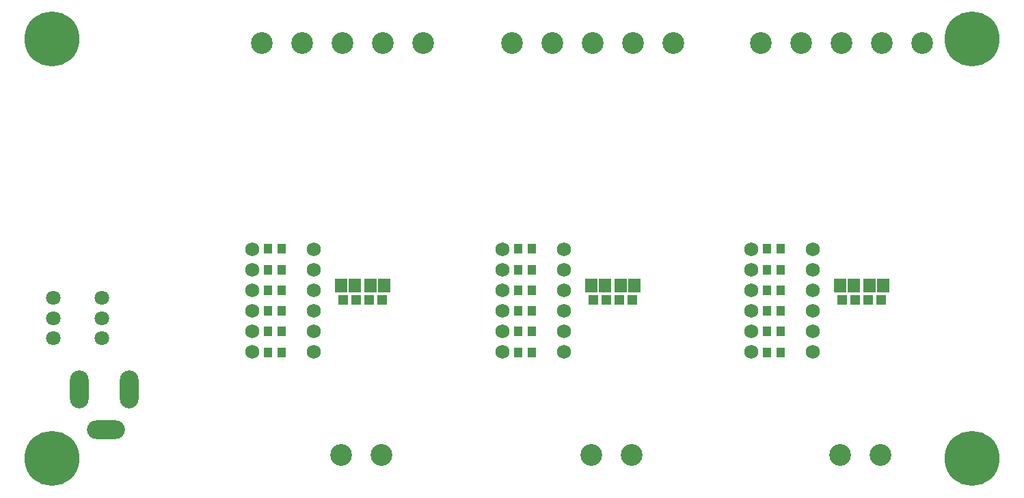
<source format=gbs>
G04*
G04 #@! TF.GenerationSoftware,Altium Limited,Altium Designer,18.0.12 (696)*
G04*
G04 Layer_Color=16711935*
%FSAX43Y43*%
%MOMM*%
G71*
G01*
G75*
%ADD19R,1.203X1.203*%
%ADD21R,1.503X1.703*%
%ADD30R,1.103X1.203*%
%ADD34C,1.727*%
%ADD35C,2.703*%
%ADD36C,1.803*%
%ADD37O,2.303X4.703*%
%ADD38O,4.703X2.303*%
%ADD39C,6.800*%
D19*
X0101900Y0023700D02*
D03*
X0103500D02*
D03*
X0105100D02*
D03*
X0106700D02*
D03*
X0074300D02*
D03*
X0075900D02*
D03*
X0071100D02*
D03*
X0072700D02*
D03*
X0044900D02*
D03*
X0043300D02*
D03*
X0041700D02*
D03*
X0040100D02*
D03*
D21*
X0101650Y0025500D02*
D03*
X0103350D02*
D03*
X0105250D02*
D03*
X0106950D02*
D03*
X0074450D02*
D03*
X0076150D02*
D03*
X0070850D02*
D03*
X0072550D02*
D03*
X0045150D02*
D03*
X0043450D02*
D03*
X0041550D02*
D03*
X0039850D02*
D03*
D30*
X0094250Y0017200D02*
D03*
X0092550D02*
D03*
X0094250Y0019800D02*
D03*
X0092550D02*
D03*
X0094250Y0022300D02*
D03*
X0092550D02*
D03*
X0094250Y0024900D02*
D03*
X0092550D02*
D03*
X0094250Y0027400D02*
D03*
X0092550D02*
D03*
X0094250Y0030000D02*
D03*
X0092550D02*
D03*
X0063450D02*
D03*
X0061750D02*
D03*
X0063450Y0027400D02*
D03*
X0061750D02*
D03*
X0063450Y0024900D02*
D03*
X0061750D02*
D03*
X0063450Y0022300D02*
D03*
X0061750D02*
D03*
X0063450Y0019800D02*
D03*
X0061750D02*
D03*
X0063450Y0017200D02*
D03*
X0061750D02*
D03*
X0030750Y0022300D02*
D03*
X0032450D02*
D03*
X0030750Y0019800D02*
D03*
X0032450D02*
D03*
X0030750Y0030000D02*
D03*
X0032450D02*
D03*
X0030750Y0017200D02*
D03*
X0032450D02*
D03*
X0030750Y0024900D02*
D03*
X0032450D02*
D03*
X0030750Y0027400D02*
D03*
X0032450D02*
D03*
D34*
X0090590Y0029950D02*
D03*
Y0027410D02*
D03*
Y0024870D02*
D03*
Y0022330D02*
D03*
Y0019790D02*
D03*
Y0017250D02*
D03*
X0098210D02*
D03*
Y0019790D02*
D03*
Y0022330D02*
D03*
Y0024870D02*
D03*
Y0027410D02*
D03*
Y0029950D02*
D03*
X0059790D02*
D03*
Y0027410D02*
D03*
Y0024870D02*
D03*
Y0022330D02*
D03*
Y0019790D02*
D03*
Y0017250D02*
D03*
X0067410D02*
D03*
Y0019790D02*
D03*
Y0022330D02*
D03*
Y0024870D02*
D03*
Y0027410D02*
D03*
Y0029950D02*
D03*
X0036410D02*
D03*
Y0027410D02*
D03*
Y0024870D02*
D03*
Y0022330D02*
D03*
Y0019790D02*
D03*
Y0017250D02*
D03*
X0028790D02*
D03*
Y0019790D02*
D03*
Y0022330D02*
D03*
Y0024870D02*
D03*
Y0027410D02*
D03*
Y0029950D02*
D03*
D35*
X0096800Y0055500D02*
D03*
X0091800D02*
D03*
X0101600Y0004500D02*
D03*
X0106600D02*
D03*
X0111800Y0055500D02*
D03*
X0106800D02*
D03*
X0101800D02*
D03*
X0081000D02*
D03*
X0076000D02*
D03*
X0071000D02*
D03*
X0070800Y0004500D02*
D03*
X0075800D02*
D03*
X0066000Y0055500D02*
D03*
X0061000D02*
D03*
X0040000D02*
D03*
X0045000D02*
D03*
X0050000D02*
D03*
X0030000D02*
D03*
X0035000D02*
D03*
X0044800Y0004500D02*
D03*
X0039800D02*
D03*
D36*
X0004200Y0023900D02*
D03*
Y0021400D02*
D03*
Y0018900D02*
D03*
X0010200Y0023900D02*
D03*
Y0021400D02*
D03*
Y0018900D02*
D03*
D37*
X0007439Y0012573D02*
D03*
X0013589D02*
D03*
D38*
X0010739Y0007573D02*
D03*
D39*
X0004000Y0004000D02*
D03*
Y0056000D02*
D03*
X0118000D02*
D03*
Y0004000D02*
D03*
M02*

</source>
